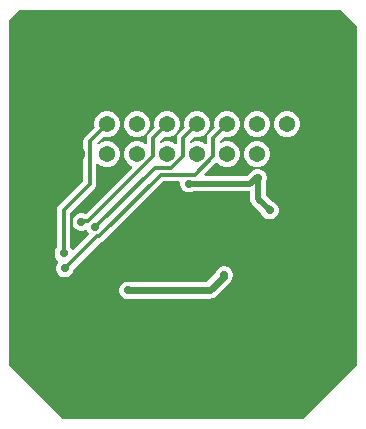
<source format=gbl>
G04*
G04 #@! TF.GenerationSoftware,Altium Limited,Altium Designer,21.6.1 (37)*
G04*
G04 Layer_Physical_Order=2*
G04 Layer_Color=16711680*
%FSLAX44Y44*%
%MOMM*%
G71*
G04*
G04 #@! TF.SameCoordinates,389F95CB-BFB7-4352-95D8-32FE421A7396*
G04*
G04*
G04 #@! TF.FilePolarity,Positive*
G04*
G01*
G75*
%ADD50C,0.6000*%
%ADD51C,0.3000*%
%ADD52C,0.5000*%
%ADD54C,1.3700*%
%ADD55R,1.3700X1.3700*%
%ADD56C,0.4000*%
%ADD57C,4.0000*%
%ADD58C,0.7000*%
G36*
X439451Y406944D02*
X439451Y120056D01*
X393945Y74549D01*
X190056Y74549D01*
X144549Y120056D01*
X144549Y411945D01*
X153056Y420451D01*
X425944D01*
X439451Y406944D01*
D02*
G37*
%LPC*%
G36*
X381628Y334750D02*
X378772D01*
X376012Y334011D01*
X373538Y332582D01*
X371518Y330562D01*
X370089Y328088D01*
X369350Y325328D01*
Y322472D01*
X370089Y319712D01*
X371518Y317238D01*
X373538Y315218D01*
X376012Y313789D01*
X378772Y313050D01*
X381628D01*
X384388Y313789D01*
X386862Y315218D01*
X388882Y317238D01*
X390311Y319712D01*
X391050Y322472D01*
Y325328D01*
X390311Y328088D01*
X388882Y330562D01*
X386862Y332582D01*
X384388Y334011D01*
X381628Y334750D01*
D02*
G37*
G36*
X356228D02*
X353372D01*
X350612Y334011D01*
X348138Y332582D01*
X346118Y330562D01*
X344689Y328088D01*
X343950Y325328D01*
Y322472D01*
X344689Y319712D01*
X346118Y317238D01*
X348138Y315218D01*
X350612Y313789D01*
X353372Y313050D01*
X356228D01*
X358988Y313789D01*
X361462Y315218D01*
X363482Y317238D01*
X364911Y319712D01*
X365650Y322472D01*
Y325328D01*
X364911Y328088D01*
X363482Y330562D01*
X361462Y332582D01*
X358988Y334011D01*
X356228Y334750D01*
D02*
G37*
G36*
X330828D02*
X327972D01*
X325212Y334011D01*
X322738Y332582D01*
X320718Y330562D01*
X319289Y328088D01*
X318550Y325328D01*
Y322472D01*
X318865Y321296D01*
X313958Y316389D01*
X312743Y314569D01*
X312316Y312423D01*
Y307188D01*
X311142Y306702D01*
X310662Y307182D01*
X308188Y308611D01*
X305428Y309350D01*
X302572D01*
X299812Y308611D01*
X299231Y308275D01*
X298131Y308910D01*
Y310101D01*
X301396Y313365D01*
X302572Y313050D01*
X305428D01*
X308188Y313789D01*
X310662Y315218D01*
X312682Y317238D01*
X314111Y319712D01*
X314850Y322472D01*
Y325328D01*
X314111Y328088D01*
X312682Y330562D01*
X310662Y332582D01*
X308188Y334011D01*
X305428Y334750D01*
X302572D01*
X299812Y334011D01*
X297338Y332582D01*
X295318Y330562D01*
X293889Y328088D01*
X293150Y325328D01*
Y322472D01*
X293465Y321296D01*
X288558Y316389D01*
X287343Y314569D01*
X286916Y312423D01*
Y307188D01*
X285742Y306702D01*
X285262Y307182D01*
X282788Y308611D01*
X280028Y309350D01*
X277172D01*
X274412Y308611D01*
X273831Y308275D01*
X272731Y308910D01*
Y310101D01*
X275996Y313365D01*
X277172Y313050D01*
X280028D01*
X282788Y313789D01*
X285262Y315218D01*
X287282Y317238D01*
X288711Y319712D01*
X289450Y322472D01*
Y325328D01*
X288711Y328088D01*
X287282Y330562D01*
X285262Y332582D01*
X282788Y334011D01*
X280028Y334750D01*
X277172D01*
X274412Y334011D01*
X271938Y332582D01*
X269918Y330562D01*
X268489Y328088D01*
X267750Y325328D01*
Y322472D01*
X268065Y321296D01*
X263158Y316389D01*
X261943Y314569D01*
X261516Y312423D01*
Y307188D01*
X260342Y306702D01*
X259862Y307182D01*
X257388Y308611D01*
X254628Y309350D01*
X251772D01*
X249012Y308611D01*
X246538Y307182D01*
X244518Y305162D01*
X243089Y302688D01*
X242350Y299928D01*
Y297072D01*
X243089Y294312D01*
X244518Y291838D01*
X246538Y289818D01*
X248819Y288501D01*
X249284Y287170D01*
X209760Y247646D01*
X209062Y248049D01*
X207155Y248560D01*
X205180D01*
X203272Y248049D01*
X201562Y247062D01*
X200166Y245665D01*
X199178Y243955D01*
X198667Y242047D01*
Y240073D01*
X199178Y238165D01*
X200166Y236455D01*
X201562Y235059D01*
X203272Y234071D01*
X205180Y233560D01*
X207155D01*
X209062Y234071D01*
X209797Y234495D01*
X210970Y234009D01*
X211011Y233855D01*
X211999Y232145D01*
X213106Y231037D01*
X199206Y217137D01*
X197871Y217598D01*
X197001Y219105D01*
X196608Y219499D01*
Y249018D01*
X217215Y269626D01*
X218431Y271445D01*
X218858Y273591D01*
Y290302D01*
X220128Y290828D01*
X221138Y289818D01*
X223612Y288389D01*
X226372Y287650D01*
X229228D01*
X231988Y288389D01*
X234462Y289818D01*
X236482Y291838D01*
X237911Y294312D01*
X238650Y297072D01*
Y299928D01*
X237911Y302688D01*
X236482Y305162D01*
X234462Y307182D01*
X231988Y308611D01*
X229228Y309350D01*
X226372D01*
X223612Y308611D01*
X221138Y307182D01*
X221030Y307074D01*
X219652Y307492D01*
X219597Y307766D01*
X225196Y313365D01*
X226372Y313050D01*
X229228D01*
X231988Y313789D01*
X234462Y315218D01*
X236482Y317238D01*
X237911Y319712D01*
X238650Y322472D01*
Y325328D01*
X237911Y328088D01*
X236482Y330562D01*
X234462Y332582D01*
X231988Y334011D01*
X229228Y334750D01*
X226372D01*
X223612Y334011D01*
X221138Y332582D01*
X219118Y330562D01*
X217689Y328088D01*
X216950Y325328D01*
Y322472D01*
X217265Y321296D01*
X209285Y313315D01*
X208069Y311496D01*
X207642Y309350D01*
Y275914D01*
X187035Y255306D01*
X185819Y253487D01*
X185392Y251341D01*
Y219499D01*
X184998Y219105D01*
X184011Y217395D01*
X183500Y215487D01*
Y213513D01*
X184011Y211605D01*
X184998Y209895D01*
X186395Y208498D01*
X186441Y208472D01*
X186606Y207213D01*
X185998Y206605D01*
X185011Y204895D01*
X184500Y202987D01*
Y201013D01*
X185011Y199105D01*
X185998Y197395D01*
X187395Y195998D01*
X189105Y195011D01*
X191013Y194500D01*
X192987D01*
X194895Y195011D01*
X196605Y195998D01*
X198001Y197395D01*
X198989Y199105D01*
X199500Y201013D01*
Y201569D01*
X221688Y223758D01*
X223253Y224069D01*
X225072Y225285D01*
X275429Y275642D01*
X289056D01*
X289750Y274737D01*
Y272763D01*
X290261Y270855D01*
X291248Y269145D01*
X292645Y267749D01*
X294355Y266761D01*
X296263Y266250D01*
X298237D01*
X300145Y266761D01*
X300895Y267194D01*
X348944D01*
Y261000D01*
X349167Y259303D01*
X349822Y257722D01*
X350864Y256364D01*
X358287Y248941D01*
X358511Y248105D01*
X359498Y246395D01*
X360895Y244998D01*
X362605Y244011D01*
X364513Y243500D01*
X366487D01*
X368395Y244011D01*
X370105Y244998D01*
X371502Y246395D01*
X372489Y248105D01*
X373000Y250013D01*
Y251987D01*
X372489Y253895D01*
X371502Y255605D01*
X370105Y257001D01*
X368395Y257989D01*
X367559Y258213D01*
X362056Y263716D01*
Y274855D01*
X362489Y275605D01*
X363000Y277513D01*
Y279487D01*
X362489Y281395D01*
X361502Y283105D01*
X360105Y284501D01*
X358395Y285489D01*
X356487Y286000D01*
X354513D01*
X353102Y285622D01*
X352803Y285583D01*
X351222Y284928D01*
X349864Y283886D01*
X346284Y280306D01*
X310740D01*
X310254Y281479D01*
X320625Y291850D01*
X320718Y291838D01*
X322738Y289818D01*
X325212Y288389D01*
X327972Y287650D01*
X330828D01*
X333588Y288389D01*
X336062Y289818D01*
X338082Y291838D01*
X339511Y294312D01*
X340250Y297072D01*
Y299928D01*
X339511Y302688D01*
X338082Y305162D01*
X336062Y307182D01*
X333588Y308611D01*
X330828Y309350D01*
X327972D01*
X325212Y308611D01*
X324631Y308275D01*
X323531Y308910D01*
Y310101D01*
X326796Y313365D01*
X327972Y313050D01*
X330828D01*
X333588Y313789D01*
X336062Y315218D01*
X338082Y317238D01*
X339511Y319712D01*
X340250Y322472D01*
Y325328D01*
X339511Y328088D01*
X338082Y330562D01*
X336062Y332582D01*
X333588Y334011D01*
X330828Y334750D01*
D02*
G37*
G36*
X254628D02*
X251772D01*
X249012Y334011D01*
X246538Y332582D01*
X244518Y330562D01*
X243089Y328088D01*
X242350Y325328D01*
Y322472D01*
X243089Y319712D01*
X244518Y317238D01*
X246538Y315218D01*
X249012Y313789D01*
X251772Y313050D01*
X254628D01*
X257388Y313789D01*
X259862Y315218D01*
X261882Y317238D01*
X263311Y319712D01*
X264050Y322472D01*
Y325328D01*
X263311Y328088D01*
X261882Y330562D01*
X259862Y332582D01*
X257388Y334011D01*
X254628Y334750D01*
D02*
G37*
G36*
X356228Y309350D02*
X353372D01*
X350612Y308611D01*
X348138Y307182D01*
X346118Y305162D01*
X344689Y302688D01*
X343950Y299928D01*
Y297072D01*
X344689Y294312D01*
X346118Y291838D01*
X348138Y289818D01*
X350612Y288389D01*
X353372Y287650D01*
X356228D01*
X358988Y288389D01*
X361462Y289818D01*
X363482Y291838D01*
X364911Y294312D01*
X365650Y297072D01*
Y299928D01*
X364911Y302688D01*
X363482Y305162D01*
X361462Y307182D01*
X358988Y308611D01*
X356228Y309350D01*
D02*
G37*
G36*
X327987Y203750D02*
X326013D01*
X324105Y203239D01*
X322395Y202251D01*
X320998Y200855D01*
X320011Y199145D01*
X319591Y197575D01*
X312325Y190310D01*
X248378D01*
X246737Y190750D01*
X244763D01*
X242855Y190239D01*
X241145Y189251D01*
X239748Y187855D01*
X238761Y186145D01*
X238250Y184237D01*
Y182263D01*
X238761Y180355D01*
X239748Y178645D01*
X241145Y177248D01*
X242855Y176261D01*
X244763Y175750D01*
X246737D01*
X248378Y176190D01*
X315250D01*
X317077Y176430D01*
X318780Y177136D01*
X320242Y178258D01*
X331992Y190008D01*
X333115Y191470D01*
X333658Y192782D01*
X333989Y193355D01*
X334500Y195263D01*
Y197237D01*
X333989Y199145D01*
X333002Y200855D01*
X331605Y202251D01*
X329895Y203239D01*
X327987Y203750D01*
D02*
G37*
%LPD*%
D50*
X350000Y228000D02*
X394000D01*
X348750Y229250D02*
X350000Y228000D01*
X327000Y195000D02*
Y196250D01*
X315250Y183250D02*
X327000Y195000D01*
X245750Y183250D02*
X315250D01*
D51*
X206167Y241060D02*
X206933Y241825D01*
X211870D01*
X267123Y297079D01*
Y312423D01*
X277950Y323250D01*
X278500D01*
X273107Y281250D02*
X302094D01*
X268000Y286750D02*
X282194D01*
X218000Y236750D02*
X268000Y286750D01*
X282194D02*
X292523Y297079D01*
X221107Y229250D02*
X273107Y281250D01*
X292523Y297079D02*
Y312423D01*
X219250Y229250D02*
X221107D01*
X302600Y322500D02*
X304000D01*
X292523Y312423D02*
X302600Y322500D01*
X191000Y251341D02*
X213250Y273591D01*
X192000Y202000D02*
X219250Y229250D01*
X191000Y214500D02*
Y251341D01*
X213250Y273591D02*
Y309350D01*
X226400Y322500D02*
X229000D01*
X213250Y309350D02*
X226400Y322500D01*
X302094Y281250D02*
X317923Y297079D01*
Y312423D01*
X328750Y323250D01*
X329000D01*
D52*
X349000Y273750D02*
X354500Y279250D01*
X297250Y273750D02*
X349000D01*
X355500Y261000D02*
Y278500D01*
Y261000D02*
X365500Y251000D01*
D54*
X202400Y298500D02*
D03*
X227800D02*
D03*
Y323900D02*
D03*
X253200Y298500D02*
D03*
Y323900D02*
D03*
X278600Y298500D02*
D03*
Y323900D02*
D03*
X304000Y298500D02*
D03*
Y323900D02*
D03*
X329400Y298500D02*
D03*
Y323900D02*
D03*
X354800Y298500D02*
D03*
Y323900D02*
D03*
X380200Y298500D02*
D03*
Y323900D02*
D03*
D55*
X202400D02*
D03*
D56*
X333750Y229250D02*
D03*
Y214250D02*
D03*
X318750D02*
D03*
Y229250D02*
D03*
X348750D02*
D03*
Y214250D02*
D03*
D57*
X418000Y397000D02*
D03*
X410000Y127000D02*
D03*
X176000Y125000D02*
D03*
X168000Y396000D02*
D03*
D58*
X431000Y396000D02*
D03*
Y346000D02*
D03*
Y296000D02*
D03*
Y246000D02*
D03*
Y196000D02*
D03*
Y146000D02*
D03*
X406000Y396000D02*
D03*
X418500Y371000D02*
D03*
X406000Y346000D02*
D03*
X418500Y321000D02*
D03*
X406000Y296000D02*
D03*
X418500Y271000D02*
D03*
Y221000D02*
D03*
Y171000D02*
D03*
X406000Y146000D02*
D03*
X418500Y121000D02*
D03*
X406000Y96000D02*
D03*
X381000Y396000D02*
D03*
X393500Y371000D02*
D03*
X381000Y346000D02*
D03*
Y296000D02*
D03*
X393500Y171000D02*
D03*
X381000Y146000D02*
D03*
X393500Y121000D02*
D03*
X381000Y96000D02*
D03*
X356000Y396000D02*
D03*
X368500Y371000D02*
D03*
X356000Y346000D02*
D03*
X368500Y171000D02*
D03*
X356000Y146000D02*
D03*
X368500Y121000D02*
D03*
X356000Y96000D02*
D03*
X331000Y396000D02*
D03*
X343500Y371000D02*
D03*
X331000Y346000D02*
D03*
X343500Y221000D02*
D03*
Y171000D02*
D03*
X331000Y146000D02*
D03*
X343500Y121000D02*
D03*
X331000Y96000D02*
D03*
X306000Y396000D02*
D03*
X318500Y371000D02*
D03*
X306000Y346000D02*
D03*
X318500Y221000D02*
D03*
Y121000D02*
D03*
X306000Y96000D02*
D03*
X281000Y396000D02*
D03*
X293500Y371000D02*
D03*
X281000Y346000D02*
D03*
X293500Y121000D02*
D03*
X281000Y96000D02*
D03*
X256000Y396000D02*
D03*
X268500Y371000D02*
D03*
X256000Y346000D02*
D03*
X268500Y121000D02*
D03*
X256000Y96000D02*
D03*
X231000Y396000D02*
D03*
X243500Y371000D02*
D03*
X231000Y346000D02*
D03*
Y196000D02*
D03*
Y146000D02*
D03*
X243500Y121000D02*
D03*
X231000Y96000D02*
D03*
X206000Y396000D02*
D03*
X218500Y371000D02*
D03*
X206000Y346000D02*
D03*
Y146000D02*
D03*
X218500Y121000D02*
D03*
X206000Y96000D02*
D03*
X181000Y396000D02*
D03*
X193500Y371000D02*
D03*
X181000Y346000D02*
D03*
X193500Y321000D02*
D03*
X181000Y296000D02*
D03*
X193500Y271000D02*
D03*
Y171000D02*
D03*
X181000Y146000D02*
D03*
X193500Y121000D02*
D03*
X181000Y96000D02*
D03*
X394000Y228250D02*
D03*
X206167Y241060D02*
D03*
X218000Y236750D02*
D03*
X191000Y214500D02*
D03*
X192000Y202000D02*
D03*
X297250Y273750D02*
D03*
X355500Y278500D02*
D03*
X365500Y251000D02*
D03*
X327000Y196250D02*
D03*
X245750Y183250D02*
D03*
M02*

</source>
